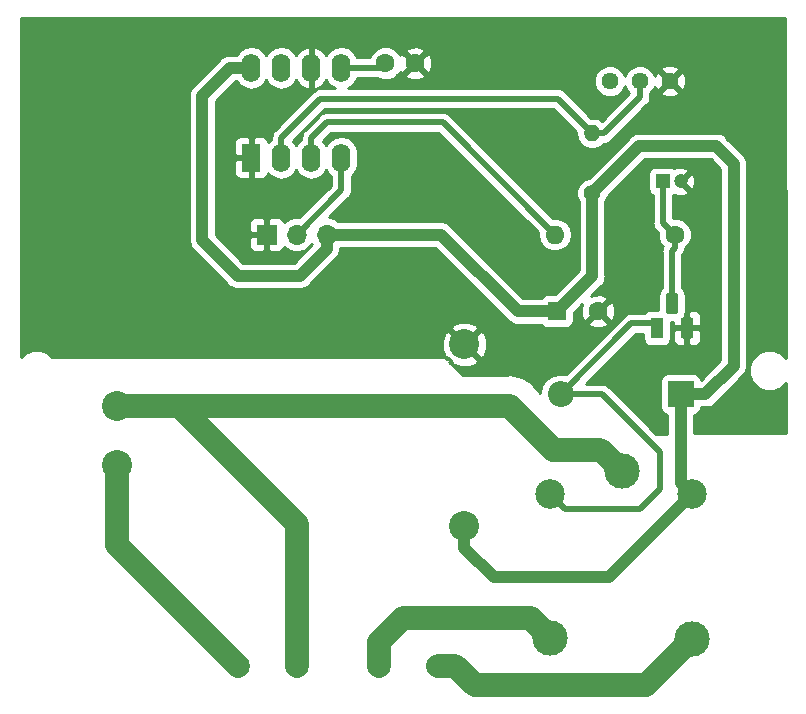
<source format=gbl>
G04 #@! TF.GenerationSoftware,KiCad,Pcbnew,5.0.2-bee76a0~70~ubuntu18.04.1*
G04 #@! TF.CreationDate,2019-03-14T10:40:12+05:30*
G04 #@! TF.ProjectId,occupancy,6f636375-7061-46e6-9379-2e6b69636164,rev?*
G04 #@! TF.SameCoordinates,Original*
G04 #@! TF.FileFunction,Copper,L2,Bot*
G04 #@! TF.FilePolarity,Positive*
%FSLAX46Y46*%
G04 Gerber Fmt 4.6, Leading zero omitted, Abs format (unit mm)*
G04 Created by KiCad (PCBNEW 5.0.2-bee76a0~70~ubuntu18.04.1) date Thu Mar 14 10:40:12 2019*
%MOMM*%
%LPD*%
G01*
G04 APERTURE LIST*
G04 #@! TA.AperFunction,ComponentPad*
%ADD10C,1.600000*%
G04 #@! TD*
G04 #@! TA.AperFunction,ComponentPad*
%ADD11R,1.600000X1.600000*%
G04 #@! TD*
G04 #@! TA.AperFunction,ComponentPad*
%ADD12C,1.200000*%
G04 #@! TD*
G04 #@! TA.AperFunction,ComponentPad*
%ADD13R,1.200000X1.200000*%
G04 #@! TD*
G04 #@! TA.AperFunction,ComponentPad*
%ADD14O,2.200000X2.200000*%
G04 #@! TD*
G04 #@! TA.AperFunction,ComponentPad*
%ADD15R,2.200000X2.200000*%
G04 #@! TD*
G04 #@! TA.AperFunction,ComponentPad*
%ADD16O,1.700000X1.700000*%
G04 #@! TD*
G04 #@! TA.AperFunction,ComponentPad*
%ADD17R,1.700000X1.700000*%
G04 #@! TD*
G04 #@! TA.AperFunction,ComponentPad*
%ADD18C,3.000000*%
G04 #@! TD*
G04 #@! TA.AperFunction,ComponentPad*
%ADD19C,2.500000*%
G04 #@! TD*
G04 #@! TA.AperFunction,ComponentPad*
%ADD20R,1.100000X1.800000*%
G04 #@! TD*
G04 #@! TA.AperFunction,Conductor*
%ADD21C,0.100000*%
G04 #@! TD*
G04 #@! TA.AperFunction,ComponentPad*
%ADD22C,1.100000*%
G04 #@! TD*
G04 #@! TA.AperFunction,ComponentPad*
%ADD23C,1.440000*%
G04 #@! TD*
G04 #@! TA.AperFunction,ComponentPad*
%ADD24O,1.600000X2.400000*%
G04 #@! TD*
G04 #@! TA.AperFunction,ComponentPad*
%ADD25R,1.600000X2.400000*%
G04 #@! TD*
G04 #@! TA.AperFunction,ComponentPad*
%ADD26O,1.600000X1.600000*%
G04 #@! TD*
G04 #@! TA.AperFunction,ComponentPad*
%ADD27O,1.400000X1.400000*%
G04 #@! TD*
G04 #@! TA.AperFunction,ComponentPad*
%ADD28C,1.400000*%
G04 #@! TD*
G04 #@! TA.AperFunction,ComponentPad*
%ADD29C,2.000000*%
G04 #@! TD*
G04 #@! TA.AperFunction,ComponentPad*
%ADD30C,2.540000*%
G04 #@! TD*
G04 #@! TA.AperFunction,Conductor*
%ADD31C,1.000000*%
G04 #@! TD*
G04 #@! TA.AperFunction,Conductor*
%ADD32C,0.500000*%
G04 #@! TD*
G04 #@! TA.AperFunction,Conductor*
%ADD33C,2.000000*%
G04 #@! TD*
G04 #@! TA.AperFunction,Conductor*
%ADD34C,0.254000*%
G04 #@! TD*
G04 APERTURE END LIST*
D10*
G04 #@! TO.P,C1,2*
G04 #@! TO.N,GNDREF*
X150000000Y-78500000D03*
D11*
G04 #@! TO.P,C1,1*
G04 #@! TO.N,VCC*
X146500000Y-78500000D03*
G04 #@! TD*
D10*
G04 #@! TO.P,C2,2*
G04 #@! TO.N,GNDREF*
X134500000Y-57500000D03*
G04 #@! TO.P,C2,1*
G04 #@! TO.N,Net-(C2-Pad1)*
X132000000Y-57500000D03*
G04 #@! TD*
D12*
G04 #@! TO.P,C3,2*
G04 #@! TO.N,GNDREF*
X157000000Y-67500000D03*
D13*
G04 #@! TO.P,C3,1*
G04 #@! TO.N,Net-(C3-Pad1)*
X155500000Y-67500000D03*
G04 #@! TD*
D14*
G04 #@! TO.P,D1,2*
G04 #@! TO.N,Net-(D1-Pad2)*
X146840000Y-85500000D03*
D15*
G04 #@! TO.P,D1,1*
G04 #@! TO.N,VCC*
X157000000Y-85500000D03*
G04 #@! TD*
D16*
G04 #@! TO.P,J2,3*
G04 #@! TO.N,VCC*
X127040000Y-72000000D03*
G04 #@! TO.P,J2,2*
G04 #@! TO.N,Net-(J2-Pad2)*
X124500000Y-72000000D03*
D17*
G04 #@! TO.P,J2,1*
G04 #@! TO.N,GNDREF*
X121960000Y-72000000D03*
G04 #@! TD*
D18*
G04 #@! TO.P,K1,1*
G04 #@! TO.N,Net-(J1-Pad2)*
X152000000Y-92000000D03*
D19*
G04 #@! TO.P,K1,5*
G04 #@! TO.N,VCC*
X157950000Y-93950000D03*
D18*
G04 #@! TO.P,K1,4*
G04 #@! TO.N,Net-(J3-Pad2)*
X158000000Y-106200000D03*
G04 #@! TO.P,K1,3*
G04 #@! TO.N,Net-(J3-Pad1)*
X145950000Y-106150000D03*
D19*
G04 #@! TO.P,K1,2*
G04 #@! TO.N,Net-(D1-Pad2)*
X145950000Y-93950000D03*
G04 #@! TD*
D20*
G04 #@! TO.P,Q1,1*
G04 #@! TO.N,Net-(D1-Pad2)*
X155000000Y-79900000D03*
D21*
G04 #@! TD*
G04 #@! TO.N,GNDREF*
G04 #@! TO.C,Q1*
G36*
X157841955Y-79001324D02*
X157868650Y-79005284D01*
X157894828Y-79011841D01*
X157920238Y-79020933D01*
X157944634Y-79032472D01*
X157967782Y-79046346D01*
X157989458Y-79062422D01*
X158009454Y-79080546D01*
X158027578Y-79100542D01*
X158043654Y-79122218D01*
X158057528Y-79145366D01*
X158069067Y-79169762D01*
X158078159Y-79195172D01*
X158084716Y-79221350D01*
X158088676Y-79248045D01*
X158090000Y-79275000D01*
X158090000Y-80525000D01*
X158088676Y-80551955D01*
X158084716Y-80578650D01*
X158078159Y-80604828D01*
X158069067Y-80630238D01*
X158057528Y-80654634D01*
X158043654Y-80677782D01*
X158027578Y-80699458D01*
X158009454Y-80719454D01*
X157989458Y-80737578D01*
X157967782Y-80753654D01*
X157944634Y-80767528D01*
X157920238Y-80779067D01*
X157894828Y-80788159D01*
X157868650Y-80794716D01*
X157841955Y-80798676D01*
X157815000Y-80800000D01*
X157265000Y-80800000D01*
X157238045Y-80798676D01*
X157211350Y-80794716D01*
X157185172Y-80788159D01*
X157159762Y-80779067D01*
X157135366Y-80767528D01*
X157112218Y-80753654D01*
X157090542Y-80737578D01*
X157070546Y-80719454D01*
X157052422Y-80699458D01*
X157036346Y-80677782D01*
X157022472Y-80654634D01*
X157010933Y-80630238D01*
X157001841Y-80604828D01*
X156995284Y-80578650D01*
X156991324Y-80551955D01*
X156990000Y-80525000D01*
X156990000Y-79275000D01*
X156991324Y-79248045D01*
X156995284Y-79221350D01*
X157001841Y-79195172D01*
X157010933Y-79169762D01*
X157022472Y-79145366D01*
X157036346Y-79122218D01*
X157052422Y-79100542D01*
X157070546Y-79080546D01*
X157090542Y-79062422D01*
X157112218Y-79046346D01*
X157135366Y-79032472D01*
X157159762Y-79020933D01*
X157185172Y-79011841D01*
X157211350Y-79005284D01*
X157238045Y-79001324D01*
X157265000Y-79000000D01*
X157815000Y-79000000D01*
X157841955Y-79001324D01*
X157841955Y-79001324D01*
G37*
D22*
G04 #@! TO.P,Q1,3*
G04 #@! TO.N,GNDREF*
X157540000Y-79900000D03*
D21*
G04 #@! TD*
G04 #@! TO.N,Net-(C3-Pad1)*
G04 #@! TO.C,Q1*
G36*
X156571955Y-76931324D02*
X156598650Y-76935284D01*
X156624828Y-76941841D01*
X156650238Y-76950933D01*
X156674634Y-76962472D01*
X156697782Y-76976346D01*
X156719458Y-76992422D01*
X156739454Y-77010546D01*
X156757578Y-77030542D01*
X156773654Y-77052218D01*
X156787528Y-77075366D01*
X156799067Y-77099762D01*
X156808159Y-77125172D01*
X156814716Y-77151350D01*
X156818676Y-77178045D01*
X156820000Y-77205000D01*
X156820000Y-78455000D01*
X156818676Y-78481955D01*
X156814716Y-78508650D01*
X156808159Y-78534828D01*
X156799067Y-78560238D01*
X156787528Y-78584634D01*
X156773654Y-78607782D01*
X156757578Y-78629458D01*
X156739454Y-78649454D01*
X156719458Y-78667578D01*
X156697782Y-78683654D01*
X156674634Y-78697528D01*
X156650238Y-78709067D01*
X156624828Y-78718159D01*
X156598650Y-78724716D01*
X156571955Y-78728676D01*
X156545000Y-78730000D01*
X155995000Y-78730000D01*
X155968045Y-78728676D01*
X155941350Y-78724716D01*
X155915172Y-78718159D01*
X155889762Y-78709067D01*
X155865366Y-78697528D01*
X155842218Y-78683654D01*
X155820542Y-78667578D01*
X155800546Y-78649454D01*
X155782422Y-78629458D01*
X155766346Y-78607782D01*
X155752472Y-78584634D01*
X155740933Y-78560238D01*
X155731841Y-78534828D01*
X155725284Y-78508650D01*
X155721324Y-78481955D01*
X155720000Y-78455000D01*
X155720000Y-77205000D01*
X155721324Y-77178045D01*
X155725284Y-77151350D01*
X155731841Y-77125172D01*
X155740933Y-77099762D01*
X155752472Y-77075366D01*
X155766346Y-77052218D01*
X155782422Y-77030542D01*
X155800546Y-77010546D01*
X155820542Y-76992422D01*
X155842218Y-76976346D01*
X155865366Y-76962472D01*
X155889762Y-76950933D01*
X155915172Y-76941841D01*
X155941350Y-76935284D01*
X155968045Y-76931324D01*
X155995000Y-76930000D01*
X156545000Y-76930000D01*
X156571955Y-76931324D01*
X156571955Y-76931324D01*
G37*
D22*
G04 #@! TO.P,Q1,2*
G04 #@! TO.N,Net-(C3-Pad1)*
X156270000Y-77830000D03*
G04 #@! TD*
D23*
G04 #@! TO.P,RV1,3*
G04 #@! TO.N,GNDREF*
X156080000Y-59000000D03*
G04 #@! TO.P,RV1,2*
G04 #@! TO.N,Net-(R1-Pad2)*
X153540000Y-59000000D03*
G04 #@! TO.P,RV1,1*
G04 #@! TO.N,Net-(RV1-Pad1)*
X151000000Y-59000000D03*
G04 #@! TD*
D24*
G04 #@! TO.P,U2,8*
G04 #@! TO.N,VCC*
X120650000Y-57880000D03*
G04 #@! TO.P,U2,4*
G04 #@! TO.N,Net-(J2-Pad2)*
X128270000Y-65500000D03*
G04 #@! TO.P,U2,7*
G04 #@! TO.N,Net-(U2-Pad7)*
X123190000Y-57880000D03*
G04 #@! TO.P,U2,3*
G04 #@! TO.N,Net-(R2-Pad2)*
X125730000Y-65500000D03*
G04 #@! TO.P,U2,6*
G04 #@! TO.N,GNDREF*
X125730000Y-57880000D03*
G04 #@! TO.P,U2,2*
G04 #@! TO.N,Net-(R1-Pad2)*
X123190000Y-65500000D03*
G04 #@! TO.P,U2,5*
G04 #@! TO.N,Net-(C2-Pad1)*
X128270000Y-57880000D03*
D25*
G04 #@! TO.P,U2,1*
G04 #@! TO.N,GNDREF*
X120650000Y-65500000D03*
G04 #@! TD*
D26*
G04 #@! TO.P,R2,2*
G04 #@! TO.N,Net-(R2-Pad2)*
X146340000Y-72000000D03*
D10*
G04 #@! TO.P,R2,1*
G04 #@! TO.N,Net-(C3-Pad1)*
X156500000Y-72000000D03*
G04 #@! TD*
D27*
G04 #@! TO.P,R1,2*
G04 #@! TO.N,Net-(R1-Pad2)*
X149500000Y-63420000D03*
D28*
G04 #@! TO.P,R1,1*
G04 #@! TO.N,VCC*
X149500000Y-68500000D03*
G04 #@! TD*
D29*
G04 #@! TO.P,J1,1*
G04 #@! TO.N,Net-(J1-Pad1)*
X119500000Y-108500000D03*
G04 #@! TO.P,J1,2*
G04 #@! TO.N,Net-(J1-Pad2)*
X124500000Y-108500000D03*
G04 #@! TD*
G04 #@! TO.P,J3,1*
G04 #@! TO.N,Net-(J3-Pad1)*
X131500000Y-108500000D03*
G04 #@! TO.P,J3,2*
G04 #@! TO.N,Net-(J3-Pad2)*
X136500000Y-108500000D03*
G04 #@! TD*
D30*
G04 #@! TO.P,U1,2*
G04 #@! TO.N,Net-(J1-Pad1)*
X109300000Y-91500000D03*
G04 #@! TO.P,U1,1*
G04 #@! TO.N,Net-(J1-Pad2)*
X109300000Y-86500000D03*
G04 #@! TO.P,U1,3*
G04 #@! TO.N,GNDREF*
X138700000Y-81300000D03*
G04 #@! TO.P,U1,4*
G04 #@! TO.N,VCC*
X138700000Y-96700000D03*
G04 #@! TD*
D31*
G04 #@! TO.N,VCC*
X120650000Y-58280000D02*
X120650000Y-57880000D01*
X118850000Y-57880000D02*
X116500000Y-60230000D01*
X120650000Y-57880000D02*
X118850000Y-57880000D01*
X116500000Y-60230000D02*
X116500000Y-72500000D01*
X116500000Y-72500000D02*
X119500000Y-75500000D01*
X127040000Y-73202081D02*
X127040000Y-72000000D01*
X124742081Y-75500000D02*
X127040000Y-73202081D01*
X119500000Y-75500000D02*
X124742081Y-75500000D01*
X149500000Y-75500000D02*
X146500000Y-78500000D01*
X149500000Y-68500000D02*
X149500000Y-75500000D01*
X143200000Y-78500000D02*
X146500000Y-78500000D01*
X127040000Y-72000000D02*
X136700000Y-72000000D01*
X136700000Y-72000000D02*
X143200000Y-78500000D01*
X157000000Y-93000000D02*
X157950000Y-93950000D01*
X157000000Y-85500000D02*
X157000000Y-93000000D01*
X138700000Y-98496051D02*
X141203949Y-101000000D01*
X138700000Y-96700000D02*
X138700000Y-98496051D01*
X150900000Y-101000000D02*
X157950000Y-93950000D01*
X141203949Y-101000000D02*
X150900000Y-101000000D01*
X161500000Y-83100000D02*
X159100000Y-85500000D01*
X159100000Y-85500000D02*
X157000000Y-85500000D01*
X161500000Y-66000000D02*
X161500000Y-83100000D01*
X160000000Y-64500000D02*
X161500000Y-66000000D01*
X149500000Y-68500000D02*
X153500000Y-64500000D01*
X153500000Y-64500000D02*
X160000000Y-64500000D01*
D32*
G04 #@! TO.N,Net-(C2-Pad1)*
X131620000Y-57880000D02*
X132000000Y-57500000D01*
X128270000Y-57880000D02*
X131620000Y-57880000D01*
G04 #@! TO.N,Net-(C3-Pad1)*
X155500000Y-71000000D02*
X156500000Y-72000000D01*
X155500000Y-67500000D02*
X155500000Y-71000000D01*
X156270000Y-73361370D02*
X156270000Y-78230000D01*
X156500000Y-73131370D02*
X156270000Y-73361370D01*
X156500000Y-72000000D02*
X156500000Y-73131370D01*
G04 #@! TO.N,Net-(D1-Pad2)*
X147199999Y-95199999D02*
X145950000Y-93950000D01*
X150310002Y-85500000D02*
X155250001Y-90439999D01*
X146840000Y-85500000D02*
X150310002Y-85500000D01*
X155250001Y-90439999D02*
X155250001Y-93560001D01*
X155250001Y-93560001D02*
X153560001Y-95250001D01*
X147250001Y-95250001D02*
X147199999Y-95199999D01*
X153560001Y-95250001D02*
X147250001Y-95250001D01*
X152840000Y-79500000D02*
X146840000Y-85500000D01*
X155000000Y-79500000D02*
X152840000Y-79500000D01*
D33*
G04 #@! TO.N,Net-(J1-Pad1)*
X109300000Y-98300000D02*
X119500000Y-108500000D01*
X109300000Y-91500000D02*
X109300000Y-98300000D01*
G04 #@! TO.N,Net-(J1-Pad2)*
X114500000Y-86500000D02*
X124500000Y-96500000D01*
X109300000Y-86500000D02*
X114500000Y-86500000D01*
X124500000Y-96500000D02*
X124500000Y-108500000D01*
X111096051Y-86500000D02*
X109300000Y-86500000D01*
X150199999Y-90199999D02*
X150500001Y-90500001D01*
X150500001Y-90500001D02*
X152000000Y-92000000D01*
X146211997Y-90199999D02*
X150199999Y-90199999D01*
X142511998Y-86500000D02*
X146211997Y-90199999D01*
X109300000Y-86500000D02*
X142511998Y-86500000D01*
D32*
G04 #@! TO.N,Net-(J2-Pad2)*
X124500000Y-72000000D02*
X128270000Y-68230000D01*
X128270000Y-65500000D02*
X128270000Y-68230000D01*
D33*
G04 #@! TO.N,Net-(J3-Pad2)*
X154049999Y-110150001D02*
X156500001Y-107699999D01*
X156500001Y-107699999D02*
X158000000Y-106200000D01*
X139564214Y-110150001D02*
X154049999Y-110150001D01*
X137914213Y-108500000D02*
X139564214Y-110150001D01*
X136500000Y-108500000D02*
X137914213Y-108500000D01*
G04 #@! TO.N,Net-(J3-Pad1)*
X144300000Y-104500000D02*
X145950000Y-106150000D01*
X131500000Y-108500000D02*
X131500000Y-106500000D01*
X133500000Y-104500000D02*
X144300000Y-104500000D01*
X131500000Y-106500000D02*
X133500000Y-104500000D01*
D32*
G04 #@! TO.N,Net-(R1-Pad2)*
X126490000Y-60500000D02*
X146580000Y-60500000D01*
X123190000Y-65500000D02*
X123190000Y-63800000D01*
X146580000Y-60500000D02*
X149500000Y-63420000D01*
X123190000Y-63800000D02*
X126490000Y-60500000D01*
X153540000Y-60018233D02*
X153540000Y-59000000D01*
X153540000Y-60369949D02*
X153540000Y-60018233D01*
X150489949Y-63420000D02*
X153540000Y-60369949D01*
X149500000Y-63420000D02*
X150489949Y-63420000D01*
G04 #@! TO.N,Net-(R2-Pad2)*
X136840000Y-62500000D02*
X146340000Y-72000000D01*
X127030000Y-62500000D02*
X136840000Y-62500000D01*
X125730000Y-65500000D02*
X125730000Y-63800000D01*
X125730000Y-63800000D02*
X127030000Y-62500000D01*
G04 #@! TD*
D34*
G04 #@! TO.N,GNDREF*
G36*
X165884023Y-82441676D02*
X165478267Y-82035920D01*
X164843522Y-81773000D01*
X164156478Y-81773000D01*
X163521733Y-82035920D01*
X163035920Y-82521733D01*
X162773000Y-83156478D01*
X162773000Y-83843522D01*
X163035920Y-84478267D01*
X163521733Y-84964080D01*
X164156478Y-85227000D01*
X164843522Y-85227000D01*
X165478267Y-84964080D01*
X165884829Y-84557518D01*
X165886452Y-88817818D01*
X158127000Y-88837300D01*
X158127000Y-87233912D01*
X158344643Y-87190620D01*
X158552041Y-87052041D01*
X158690620Y-86844643D01*
X158733912Y-86627000D01*
X158989002Y-86627000D01*
X159100000Y-86649079D01*
X159210998Y-86627000D01*
X159210999Y-86627000D01*
X159539733Y-86561611D01*
X159912522Y-86312522D01*
X159975400Y-86218418D01*
X162218418Y-83975400D01*
X162312522Y-83912522D01*
X162561611Y-83539733D01*
X162627000Y-83210999D01*
X162627000Y-83210998D01*
X162649079Y-83100000D01*
X162627000Y-82989002D01*
X162627000Y-66110997D01*
X162649079Y-65999999D01*
X162606462Y-65785750D01*
X162561611Y-65560267D01*
X162312522Y-65187478D01*
X162218421Y-65124602D01*
X160875400Y-63781582D01*
X160812522Y-63687478D01*
X160439733Y-63438389D01*
X160110999Y-63373000D01*
X160110998Y-63373000D01*
X160000000Y-63350921D01*
X159889002Y-63373000D01*
X153610997Y-63373000D01*
X153499999Y-63350921D01*
X153389001Y-63373000D01*
X153060267Y-63438389D01*
X153060266Y-63438390D01*
X153060265Y-63438390D01*
X153031198Y-63457812D01*
X152687478Y-63687478D01*
X152624602Y-63781579D01*
X149231159Y-67175023D01*
X148748315Y-67375024D01*
X148375024Y-67748315D01*
X148173000Y-68236043D01*
X148173000Y-68763957D01*
X148373000Y-69246799D01*
X148373001Y-75033181D01*
X146345465Y-77060717D01*
X145700000Y-77060717D01*
X145455357Y-77109380D01*
X145247959Y-77247959D01*
X145164409Y-77373000D01*
X143666819Y-77373000D01*
X137575400Y-71281582D01*
X137512522Y-71187478D01*
X137139733Y-70938389D01*
X136810999Y-70873000D01*
X136810998Y-70873000D01*
X136700000Y-70850921D01*
X136589002Y-70873000D01*
X128011856Y-70873000D01*
X127616297Y-70608697D01*
X127211990Y-70528275D01*
X128829057Y-68911208D01*
X128902281Y-68862281D01*
X129096116Y-68572188D01*
X129147000Y-68316375D01*
X129147000Y-68316371D01*
X129164180Y-68230001D01*
X129147000Y-68143631D01*
X129147000Y-67030245D01*
X129298809Y-66928809D01*
X129614204Y-66456788D01*
X129697000Y-66040543D01*
X129697000Y-64959456D01*
X129614204Y-64543212D01*
X129298808Y-64071191D01*
X128826787Y-63755796D01*
X128270000Y-63645044D01*
X127713212Y-63755796D01*
X127241191Y-64071192D01*
X127000000Y-64432159D01*
X126758808Y-64071191D01*
X126723000Y-64047265D01*
X127393266Y-63377000D01*
X136476736Y-63377000D01*
X144920663Y-71820929D01*
X144885044Y-72000000D01*
X144995796Y-72556788D01*
X145311191Y-73028809D01*
X145783212Y-73344204D01*
X146199456Y-73427000D01*
X146480544Y-73427000D01*
X146896788Y-73344204D01*
X147368809Y-73028809D01*
X147684204Y-72556788D01*
X147794956Y-72000000D01*
X147684204Y-71443212D01*
X147368809Y-70971191D01*
X146896788Y-70655796D01*
X146480544Y-70573000D01*
X146199456Y-70573000D01*
X146160929Y-70580663D01*
X137521210Y-61940946D01*
X137472281Y-61867719D01*
X137182188Y-61673884D01*
X136926375Y-61623000D01*
X136926370Y-61623000D01*
X136840000Y-61605820D01*
X136753630Y-61623000D01*
X127116370Y-61623000D01*
X127030000Y-61605820D01*
X126943630Y-61623000D01*
X126943625Y-61623000D01*
X126687812Y-61673884D01*
X126687810Y-61673885D01*
X126687811Y-61673885D01*
X126470943Y-61818791D01*
X126470940Y-61818794D01*
X126397719Y-61867719D01*
X126348794Y-61940940D01*
X125170943Y-63118792D01*
X125097720Y-63167719D01*
X125048793Y-63240943D01*
X125048792Y-63240944D01*
X124903885Y-63457812D01*
X124835820Y-63800000D01*
X124853001Y-63886375D01*
X124853001Y-63969755D01*
X124701191Y-64071192D01*
X124460000Y-64432159D01*
X124218808Y-64071191D01*
X124183000Y-64047265D01*
X126853266Y-61377000D01*
X146216736Y-61377000D01*
X148165706Y-63325972D01*
X148147003Y-63420000D01*
X148249994Y-63937770D01*
X148543287Y-64376713D01*
X148982230Y-64670006D01*
X149369304Y-64747000D01*
X149630696Y-64747000D01*
X150017770Y-64670006D01*
X150456713Y-64376713D01*
X150499806Y-64312219D01*
X150576319Y-64297000D01*
X150576324Y-64297000D01*
X150832137Y-64246116D01*
X151122230Y-64052281D01*
X151171159Y-63979054D01*
X154099057Y-61051157D01*
X154172281Y-61002230D01*
X154221208Y-60929006D01*
X154366115Y-60712139D01*
X154366115Y-60712138D01*
X154366116Y-60712137D01*
X154417000Y-60456324D01*
X154417000Y-60456320D01*
X154434180Y-60369950D01*
X154417000Y-60283580D01*
X154417000Y-60027945D01*
X154495171Y-59949774D01*
X155309831Y-59949774D01*
X155374131Y-60187611D01*
X155882342Y-60367333D01*
X156420644Y-60338892D01*
X156785869Y-60187611D01*
X156850169Y-59949774D01*
X156080000Y-59179605D01*
X155309831Y-59949774D01*
X154495171Y-59949774D01*
X154681931Y-59763014D01*
X154798995Y-59480396D01*
X154892389Y-59705869D01*
X155130226Y-59770169D01*
X155900395Y-59000000D01*
X156259605Y-59000000D01*
X157029774Y-59770169D01*
X157267611Y-59705869D01*
X157447333Y-59197658D01*
X157418892Y-58659356D01*
X157267611Y-58294131D01*
X157029774Y-58229831D01*
X156259605Y-59000000D01*
X155900395Y-59000000D01*
X155130226Y-58229831D01*
X154892389Y-58294131D01*
X154806363Y-58537391D01*
X154681931Y-58236986D01*
X154495171Y-58050226D01*
X155309831Y-58050226D01*
X156080000Y-58820395D01*
X156850169Y-58050226D01*
X156785869Y-57812389D01*
X156277658Y-57632667D01*
X155739356Y-57661108D01*
X155374131Y-57812389D01*
X155309831Y-58050226D01*
X154495171Y-58050226D01*
X154303014Y-57858069D01*
X153807935Y-57653000D01*
X153272065Y-57653000D01*
X152776986Y-57858069D01*
X152398069Y-58236986D01*
X152270000Y-58546171D01*
X152141931Y-58236986D01*
X151763014Y-57858069D01*
X151267935Y-57653000D01*
X150732065Y-57653000D01*
X150236986Y-57858069D01*
X149858069Y-58236986D01*
X149653000Y-58732065D01*
X149653000Y-59267935D01*
X149858069Y-59763014D01*
X150236986Y-60141931D01*
X150732065Y-60347000D01*
X151267935Y-60347000D01*
X151763014Y-60141931D01*
X152141931Y-59763014D01*
X152270000Y-59453829D01*
X152398069Y-59763014D01*
X152652370Y-60017315D01*
X150306660Y-62363025D01*
X150017770Y-62169994D01*
X149630696Y-62093000D01*
X149413265Y-62093000D01*
X147261210Y-59940946D01*
X147212281Y-59867719D01*
X146922188Y-59673884D01*
X146666375Y-59623000D01*
X146666370Y-59623000D01*
X146580000Y-59605820D01*
X146493630Y-59623000D01*
X128828590Y-59623000D01*
X129298809Y-59308809D01*
X129614204Y-58836788D01*
X129630075Y-58757000D01*
X131305734Y-58757000D01*
X131716152Y-58927000D01*
X132283848Y-58927000D01*
X132808331Y-58709753D01*
X133010339Y-58507745D01*
X133671861Y-58507745D01*
X133745995Y-58753864D01*
X134283223Y-58946965D01*
X134853454Y-58919778D01*
X135254005Y-58753864D01*
X135328139Y-58507745D01*
X134500000Y-57679605D01*
X133671861Y-58507745D01*
X133010339Y-58507745D01*
X133209753Y-58308331D01*
X133239196Y-58237250D01*
X133246136Y-58254005D01*
X133492255Y-58328139D01*
X134320395Y-57500000D01*
X134679605Y-57500000D01*
X135507745Y-58328139D01*
X135753864Y-58254005D01*
X135946965Y-57716777D01*
X135919778Y-57146546D01*
X135753864Y-56745995D01*
X135507745Y-56671861D01*
X134679605Y-57500000D01*
X134320395Y-57500000D01*
X133492255Y-56671861D01*
X133246136Y-56745995D01*
X133239687Y-56763937D01*
X133209753Y-56691669D01*
X133010339Y-56492255D01*
X133671861Y-56492255D01*
X134500000Y-57320395D01*
X135328139Y-56492255D01*
X135254005Y-56246136D01*
X134716777Y-56053035D01*
X134146546Y-56080222D01*
X133745995Y-56246136D01*
X133671861Y-56492255D01*
X133010339Y-56492255D01*
X132808331Y-56290247D01*
X132283848Y-56073000D01*
X131716152Y-56073000D01*
X131191669Y-56290247D01*
X130790247Y-56691669D01*
X130661290Y-57003000D01*
X129630075Y-57003000D01*
X129614204Y-56923212D01*
X129298808Y-56451191D01*
X128826787Y-56135796D01*
X128270000Y-56025044D01*
X127713212Y-56135796D01*
X127241191Y-56451192D01*
X127002756Y-56808034D01*
X126654896Y-56375500D01*
X126161819Y-56105633D01*
X126079039Y-56088096D01*
X125857000Y-56210085D01*
X125857000Y-57753000D01*
X125877000Y-57753000D01*
X125877000Y-58007000D01*
X125857000Y-58007000D01*
X125857000Y-59549915D01*
X126079039Y-59671904D01*
X126161819Y-59654367D01*
X126654896Y-59384500D01*
X127002756Y-58951966D01*
X127241192Y-59308809D01*
X127711411Y-59623000D01*
X126576370Y-59623000D01*
X126490000Y-59605820D01*
X126403630Y-59623000D01*
X126403625Y-59623000D01*
X126147812Y-59673884D01*
X126147810Y-59673885D01*
X126147811Y-59673885D01*
X125930943Y-59818791D01*
X125930940Y-59818794D01*
X125857719Y-59867719D01*
X125808794Y-59940940D01*
X122630944Y-63118792D01*
X122557720Y-63167719D01*
X122508793Y-63240943D01*
X122508792Y-63240944D01*
X122363885Y-63457812D01*
X122295820Y-63800000D01*
X122313001Y-63886375D01*
X122313001Y-63969755D01*
X122161191Y-64071192D01*
X122085000Y-64185220D01*
X122085000Y-64173691D01*
X121988327Y-63940302D01*
X121809699Y-63761673D01*
X121576310Y-63665000D01*
X120935750Y-63665000D01*
X120777000Y-63823750D01*
X120777000Y-65373000D01*
X120797000Y-65373000D01*
X120797000Y-65627000D01*
X120777000Y-65627000D01*
X120777000Y-67176250D01*
X120935750Y-67335000D01*
X121576310Y-67335000D01*
X121809699Y-67238327D01*
X121988327Y-67059698D01*
X122085000Y-66826309D01*
X122085000Y-66814780D01*
X122161192Y-66928809D01*
X122633213Y-67244204D01*
X123190000Y-67354956D01*
X123746788Y-67244204D01*
X124218809Y-66928809D01*
X124460000Y-66567842D01*
X124701192Y-66928809D01*
X125173213Y-67244204D01*
X125730000Y-67354956D01*
X126286788Y-67244204D01*
X126758809Y-66928809D01*
X127000000Y-66567842D01*
X127241192Y-66928809D01*
X127393001Y-67030244D01*
X127393001Y-67866734D01*
X124721594Y-70538142D01*
X124645471Y-70523000D01*
X124354529Y-70523000D01*
X123923703Y-70608697D01*
X123435142Y-70935142D01*
X123418585Y-70959921D01*
X123348327Y-70790302D01*
X123169699Y-70611673D01*
X122936310Y-70515000D01*
X122245750Y-70515000D01*
X122087000Y-70673750D01*
X122087000Y-71873000D01*
X122107000Y-71873000D01*
X122107000Y-72127000D01*
X122087000Y-72127000D01*
X122087000Y-73326250D01*
X122245750Y-73485000D01*
X122936310Y-73485000D01*
X123169699Y-73388327D01*
X123348327Y-73209698D01*
X123418585Y-73040079D01*
X123435142Y-73064858D01*
X123923703Y-73391303D01*
X124354529Y-73477000D01*
X124645471Y-73477000D01*
X125076297Y-73391303D01*
X125564858Y-73064858D01*
X125770000Y-72757840D01*
X125818234Y-72830028D01*
X124275263Y-74373000D01*
X119966818Y-74373000D01*
X117879568Y-72285750D01*
X120475000Y-72285750D01*
X120475000Y-72976309D01*
X120571673Y-73209698D01*
X120750301Y-73388327D01*
X120983690Y-73485000D01*
X121674250Y-73485000D01*
X121833000Y-73326250D01*
X121833000Y-72127000D01*
X120633750Y-72127000D01*
X120475000Y-72285750D01*
X117879568Y-72285750D01*
X117627000Y-72033182D01*
X117627000Y-71023691D01*
X120475000Y-71023691D01*
X120475000Y-71714250D01*
X120633750Y-71873000D01*
X121833000Y-71873000D01*
X121833000Y-70673750D01*
X121674250Y-70515000D01*
X120983690Y-70515000D01*
X120750301Y-70611673D01*
X120571673Y-70790302D01*
X120475000Y-71023691D01*
X117627000Y-71023691D01*
X117627000Y-65785750D01*
X119215000Y-65785750D01*
X119215000Y-66826309D01*
X119311673Y-67059698D01*
X119490301Y-67238327D01*
X119723690Y-67335000D01*
X120364250Y-67335000D01*
X120523000Y-67176250D01*
X120523000Y-65627000D01*
X119373750Y-65627000D01*
X119215000Y-65785750D01*
X117627000Y-65785750D01*
X117627000Y-64173691D01*
X119215000Y-64173691D01*
X119215000Y-65214250D01*
X119373750Y-65373000D01*
X120523000Y-65373000D01*
X120523000Y-63823750D01*
X120364250Y-63665000D01*
X119723690Y-63665000D01*
X119490301Y-63761673D01*
X119311673Y-63940302D01*
X119215000Y-64173691D01*
X117627000Y-64173691D01*
X117627000Y-60696818D01*
X119316819Y-59007000D01*
X119419529Y-59007000D01*
X119621192Y-59308809D01*
X120093213Y-59624204D01*
X120650000Y-59734956D01*
X121206788Y-59624204D01*
X121678809Y-59308809D01*
X121920000Y-58947842D01*
X122161192Y-59308809D01*
X122633213Y-59624204D01*
X123190000Y-59734956D01*
X123746788Y-59624204D01*
X124218809Y-59308809D01*
X124457244Y-58951966D01*
X124805104Y-59384500D01*
X125298181Y-59654367D01*
X125380961Y-59671904D01*
X125603000Y-59549915D01*
X125603000Y-58007000D01*
X125583000Y-58007000D01*
X125583000Y-57753000D01*
X125603000Y-57753000D01*
X125603000Y-56210085D01*
X125380961Y-56088096D01*
X125298181Y-56105633D01*
X124805104Y-56375500D01*
X124457244Y-56808034D01*
X124218808Y-56451191D01*
X123746787Y-56135796D01*
X123190000Y-56025044D01*
X122633212Y-56135796D01*
X122161191Y-56451192D01*
X121920000Y-56812159D01*
X121678808Y-56451191D01*
X121206787Y-56135796D01*
X120650000Y-56025044D01*
X120093212Y-56135796D01*
X119621191Y-56451192D01*
X119419529Y-56753000D01*
X118960998Y-56753000D01*
X118850000Y-56730921D01*
X118739002Y-56753000D01*
X118739001Y-56753000D01*
X118410267Y-56818389D01*
X118410266Y-56818390D01*
X118410265Y-56818390D01*
X118336439Y-56867719D01*
X118037478Y-57067478D01*
X117974602Y-57161580D01*
X115781582Y-59354600D01*
X115687478Y-59417478D01*
X115549349Y-59624204D01*
X115451819Y-59770169D01*
X115438389Y-59790268D01*
X115391149Y-60027761D01*
X115350921Y-60230000D01*
X115373000Y-60340998D01*
X115373001Y-72388997D01*
X115350921Y-72500000D01*
X115438390Y-72939734D01*
X115563517Y-73127000D01*
X115687479Y-73312522D01*
X115781580Y-73375398D01*
X118624600Y-76218418D01*
X118687478Y-76312522D01*
X119060267Y-76561611D01*
X119389001Y-76627000D01*
X119389002Y-76627000D01*
X119500000Y-76649079D01*
X119610998Y-76627000D01*
X124631083Y-76627000D01*
X124742081Y-76649079D01*
X124853079Y-76627000D01*
X124853080Y-76627000D01*
X125181814Y-76561611D01*
X125554603Y-76312522D01*
X125617481Y-76218418D01*
X127758421Y-74077479D01*
X127852522Y-74014603D01*
X128101611Y-73641814D01*
X128167000Y-73313080D01*
X128167000Y-73313079D01*
X128189079Y-73202082D01*
X128174144Y-73127000D01*
X136233182Y-73127000D01*
X142324602Y-79218421D01*
X142387478Y-79312522D01*
X142526726Y-79405564D01*
X142760265Y-79561610D01*
X142760266Y-79561610D01*
X142760267Y-79561611D01*
X143089001Y-79627000D01*
X143199999Y-79649079D01*
X143310997Y-79627000D01*
X145164409Y-79627000D01*
X145247959Y-79752041D01*
X145455357Y-79890620D01*
X145700000Y-79939283D01*
X147300000Y-79939283D01*
X147544643Y-79890620D01*
X147752041Y-79752041D01*
X147890620Y-79544643D01*
X147897959Y-79507745D01*
X149171861Y-79507745D01*
X149245995Y-79753864D01*
X149783223Y-79946965D01*
X150353454Y-79919778D01*
X150754005Y-79753864D01*
X150828139Y-79507745D01*
X150000000Y-78679605D01*
X149171861Y-79507745D01*
X147897959Y-79507745D01*
X147939283Y-79300000D01*
X147939283Y-78654535D01*
X148689076Y-77904742D01*
X148553035Y-78283223D01*
X148580222Y-78853454D01*
X148746136Y-79254005D01*
X148992255Y-79328139D01*
X149820395Y-78500000D01*
X150179605Y-78500000D01*
X151007745Y-79328139D01*
X151253864Y-79254005D01*
X151446965Y-78716777D01*
X151419778Y-78146546D01*
X151253864Y-77745995D01*
X151007745Y-77671861D01*
X150179605Y-78500000D01*
X149820395Y-78500000D01*
X149806252Y-78485858D01*
X149985858Y-78306252D01*
X150000000Y-78320395D01*
X150828139Y-77492255D01*
X150754005Y-77246136D01*
X150216777Y-77053035D01*
X149646546Y-77080222D01*
X149419586Y-77174232D01*
X150218418Y-76375400D01*
X150312522Y-76312522D01*
X150561611Y-75939733D01*
X150627000Y-75610999D01*
X150627000Y-75610998D01*
X150649079Y-75500000D01*
X150627000Y-75389002D01*
X150627000Y-69246799D01*
X150824977Y-68768841D01*
X153966819Y-65627000D01*
X159533182Y-65627000D01*
X160373000Y-66466819D01*
X160373001Y-82633181D01*
X158717200Y-84288982D01*
X158690620Y-84155357D01*
X158552041Y-83947959D01*
X158344643Y-83809380D01*
X158100000Y-83760717D01*
X155900000Y-83760717D01*
X155655357Y-83809380D01*
X155447959Y-83947959D01*
X155309380Y-84155357D01*
X155260717Y-84400000D01*
X155260717Y-86600000D01*
X155309380Y-86844643D01*
X155447959Y-87052041D01*
X155655357Y-87190620D01*
X155873000Y-87233912D01*
X155873001Y-88842959D01*
X154895681Y-88845413D01*
X150991212Y-84940946D01*
X150942283Y-84867719D01*
X150652190Y-84673884D01*
X150396377Y-84623000D01*
X150396372Y-84623000D01*
X150310002Y-84605820D01*
X150223632Y-84623000D01*
X148957264Y-84623000D01*
X153203265Y-80377000D01*
X153810717Y-80377000D01*
X153810717Y-80800000D01*
X153859380Y-81044643D01*
X153997959Y-81252041D01*
X154205357Y-81390620D01*
X154450000Y-81439283D01*
X155550000Y-81439283D01*
X155794643Y-81390620D01*
X156002041Y-81252041D01*
X156140620Y-81044643D01*
X156189283Y-80800000D01*
X156189283Y-80185750D01*
X156355000Y-80185750D01*
X156355000Y-80926310D01*
X156451673Y-81159699D01*
X156630302Y-81338327D01*
X156863691Y-81435000D01*
X157254250Y-81435000D01*
X157413000Y-81276250D01*
X157413000Y-80027000D01*
X157667000Y-80027000D01*
X157667000Y-81276250D01*
X157825750Y-81435000D01*
X158216309Y-81435000D01*
X158449698Y-81338327D01*
X158628327Y-81159699D01*
X158725000Y-80926310D01*
X158725000Y-80185750D01*
X158566250Y-80027000D01*
X157667000Y-80027000D01*
X157413000Y-80027000D01*
X156513750Y-80027000D01*
X156355000Y-80185750D01*
X156189283Y-80185750D01*
X156189283Y-79369283D01*
X156355000Y-79369283D01*
X156355000Y-79614250D01*
X156513750Y-79773000D01*
X157413000Y-79773000D01*
X157413000Y-78687679D01*
X157445607Y-78523750D01*
X157667000Y-78523750D01*
X157667000Y-79773000D01*
X158566250Y-79773000D01*
X158725000Y-79614250D01*
X158725000Y-78873690D01*
X158628327Y-78640301D01*
X158449698Y-78461673D01*
X158216309Y-78365000D01*
X157825750Y-78365000D01*
X157667000Y-78523750D01*
X157445607Y-78523750D01*
X157459283Y-78455000D01*
X157459283Y-77205000D01*
X157389687Y-76855119D01*
X157191496Y-76558504D01*
X157147000Y-76528773D01*
X157147000Y-73741623D01*
X157326116Y-73473558D01*
X157377000Y-73217745D01*
X157377000Y-73217741D01*
X157394180Y-73131371D01*
X157392941Y-73125143D01*
X157709753Y-72808331D01*
X157927000Y-72283848D01*
X157927000Y-71716152D01*
X157709753Y-71191669D01*
X157308331Y-70790247D01*
X156783848Y-70573000D01*
X156377000Y-70573000D01*
X156377000Y-68669000D01*
X156453291Y-68618023D01*
X156831036Y-68747807D01*
X157321413Y-68717482D01*
X157633617Y-68588164D01*
X157683130Y-68362735D01*
X157000000Y-67679605D01*
X156985858Y-67693748D01*
X156806253Y-67514143D01*
X156820395Y-67500000D01*
X157179605Y-67500000D01*
X157862735Y-68183130D01*
X158088164Y-68133617D01*
X158247807Y-67668964D01*
X158217482Y-67178587D01*
X158088164Y-66866383D01*
X157862735Y-66816870D01*
X157179605Y-67500000D01*
X156820395Y-67500000D01*
X156806253Y-67485858D01*
X156985858Y-67306253D01*
X157000000Y-67320395D01*
X157683130Y-66637265D01*
X157633617Y-66411836D01*
X157168964Y-66252193D01*
X156678587Y-66282518D01*
X156447620Y-66378187D01*
X156344643Y-66309380D01*
X156100000Y-66260717D01*
X154900000Y-66260717D01*
X154655357Y-66309380D01*
X154447959Y-66447959D01*
X154309380Y-66655357D01*
X154260717Y-66900000D01*
X154260717Y-68100000D01*
X154309380Y-68344643D01*
X154447959Y-68552041D01*
X154623000Y-68669000D01*
X154623001Y-70913625D01*
X154605820Y-71000000D01*
X154623001Y-71086375D01*
X154673885Y-71342188D01*
X154867720Y-71632281D01*
X154940944Y-71681208D01*
X155073000Y-71813264D01*
X155073000Y-72283848D01*
X155290247Y-72808331D01*
X155466801Y-72984885D01*
X155443884Y-73019183D01*
X155393000Y-73274996D01*
X155393000Y-73275000D01*
X155375820Y-73361370D01*
X155393000Y-73447740D01*
X155393001Y-76528772D01*
X155348504Y-76558504D01*
X155150313Y-76855119D01*
X155080717Y-77205000D01*
X155080717Y-78360717D01*
X154450000Y-78360717D01*
X154205357Y-78409380D01*
X153997959Y-78547959D01*
X153947818Y-78623000D01*
X152926369Y-78623000D01*
X152839999Y-78605820D01*
X152753629Y-78623000D01*
X152753625Y-78623000D01*
X152497812Y-78673884D01*
X152497811Y-78673885D01*
X152497810Y-78673885D01*
X152301762Y-78804881D01*
X152207719Y-78867719D01*
X152158792Y-78940943D01*
X147274201Y-83825535D01*
X147010091Y-83773000D01*
X146669909Y-83773000D01*
X146166158Y-83873202D01*
X145594903Y-84254903D01*
X145213202Y-84826158D01*
X145103717Y-85376580D01*
X144552521Y-84825385D01*
X144405959Y-84606039D01*
X143537002Y-84025421D01*
X142770730Y-83873000D01*
X142770729Y-83873000D01*
X142511998Y-83821535D01*
X142253267Y-83873000D01*
X138552606Y-83873000D01*
X137429607Y-82750001D01*
X137531829Y-82647779D01*
X137663520Y-82942657D01*
X138371036Y-83214261D01*
X139128632Y-83194436D01*
X139736480Y-82942657D01*
X139868172Y-82647777D01*
X138700000Y-81479605D01*
X138685858Y-81493748D01*
X138506253Y-81314143D01*
X138520395Y-81300000D01*
X138879605Y-81300000D01*
X140047777Y-82468172D01*
X140342657Y-82336480D01*
X140614261Y-81628964D01*
X140594436Y-80871368D01*
X140342657Y-80263520D01*
X140047777Y-80131828D01*
X138879605Y-81300000D01*
X138520395Y-81300000D01*
X137352223Y-80131828D01*
X137057343Y-80263520D01*
X136785739Y-80971036D01*
X136805564Y-81728632D01*
X137057343Y-82336480D01*
X137352221Y-82468171D01*
X137249999Y-82570393D01*
X137089803Y-82410197D01*
X137048601Y-82382667D01*
X137000000Y-82373000D01*
X103815347Y-82373000D01*
X103478267Y-82035920D01*
X102843522Y-81773000D01*
X102156478Y-81773000D01*
X101521733Y-82035920D01*
X101184653Y-82373000D01*
X101127007Y-82373000D01*
X101127132Y-79952223D01*
X137531828Y-79952223D01*
X138700000Y-81120395D01*
X139868172Y-79952223D01*
X139736480Y-79657343D01*
X139028964Y-79385739D01*
X138271368Y-79405564D01*
X137663520Y-79657343D01*
X137531828Y-79952223D01*
X101127132Y-79952223D01*
X101128490Y-53702000D01*
X165873077Y-53702000D01*
X165884023Y-82441676D01*
X165884023Y-82441676D01*
G37*
X165884023Y-82441676D02*
X165478267Y-82035920D01*
X164843522Y-81773000D01*
X164156478Y-81773000D01*
X163521733Y-82035920D01*
X163035920Y-82521733D01*
X162773000Y-83156478D01*
X162773000Y-83843522D01*
X163035920Y-84478267D01*
X163521733Y-84964080D01*
X164156478Y-85227000D01*
X164843522Y-85227000D01*
X165478267Y-84964080D01*
X165884829Y-84557518D01*
X165886452Y-88817818D01*
X158127000Y-88837300D01*
X158127000Y-87233912D01*
X158344643Y-87190620D01*
X158552041Y-87052041D01*
X158690620Y-86844643D01*
X158733912Y-86627000D01*
X158989002Y-86627000D01*
X159100000Y-86649079D01*
X159210998Y-86627000D01*
X159210999Y-86627000D01*
X159539733Y-86561611D01*
X159912522Y-86312522D01*
X159975400Y-86218418D01*
X162218418Y-83975400D01*
X162312522Y-83912522D01*
X162561611Y-83539733D01*
X162627000Y-83210999D01*
X162627000Y-83210998D01*
X162649079Y-83100000D01*
X162627000Y-82989002D01*
X162627000Y-66110997D01*
X162649079Y-65999999D01*
X162606462Y-65785750D01*
X162561611Y-65560267D01*
X162312522Y-65187478D01*
X162218421Y-65124602D01*
X160875400Y-63781582D01*
X160812522Y-63687478D01*
X160439733Y-63438389D01*
X160110999Y-63373000D01*
X160110998Y-63373000D01*
X160000000Y-63350921D01*
X159889002Y-63373000D01*
X153610997Y-63373000D01*
X153499999Y-63350921D01*
X153389001Y-63373000D01*
X153060267Y-63438389D01*
X153060266Y-63438390D01*
X153060265Y-63438390D01*
X153031198Y-63457812D01*
X152687478Y-63687478D01*
X152624602Y-63781579D01*
X149231159Y-67175023D01*
X148748315Y-67375024D01*
X148375024Y-67748315D01*
X148173000Y-68236043D01*
X148173000Y-68763957D01*
X148373000Y-69246799D01*
X148373001Y-75033181D01*
X146345465Y-77060717D01*
X145700000Y-77060717D01*
X145455357Y-77109380D01*
X145247959Y-77247959D01*
X145164409Y-77373000D01*
X143666819Y-77373000D01*
X137575400Y-71281582D01*
X137512522Y-71187478D01*
X137139733Y-70938389D01*
X136810999Y-70873000D01*
X136810998Y-70873000D01*
X136700000Y-70850921D01*
X136589002Y-70873000D01*
X128011856Y-70873000D01*
X127616297Y-70608697D01*
X127211990Y-70528275D01*
X128829057Y-68911208D01*
X128902281Y-68862281D01*
X129096116Y-68572188D01*
X129147000Y-68316375D01*
X129147000Y-68316371D01*
X129164180Y-68230001D01*
X129147000Y-68143631D01*
X129147000Y-67030245D01*
X129298809Y-66928809D01*
X129614204Y-66456788D01*
X129697000Y-66040543D01*
X129697000Y-64959456D01*
X129614204Y-64543212D01*
X129298808Y-64071191D01*
X128826787Y-63755796D01*
X128270000Y-63645044D01*
X127713212Y-63755796D01*
X127241191Y-64071192D01*
X127000000Y-64432159D01*
X126758808Y-64071191D01*
X126723000Y-64047265D01*
X127393266Y-63377000D01*
X136476736Y-63377000D01*
X144920663Y-71820929D01*
X144885044Y-72000000D01*
X144995796Y-72556788D01*
X145311191Y-73028809D01*
X145783212Y-73344204D01*
X146199456Y-73427000D01*
X146480544Y-73427000D01*
X146896788Y-73344204D01*
X147368809Y-73028809D01*
X147684204Y-72556788D01*
X147794956Y-72000000D01*
X147684204Y-71443212D01*
X147368809Y-70971191D01*
X146896788Y-70655796D01*
X146480544Y-70573000D01*
X146199456Y-70573000D01*
X146160929Y-70580663D01*
X137521210Y-61940946D01*
X137472281Y-61867719D01*
X137182188Y-61673884D01*
X136926375Y-61623000D01*
X136926370Y-61623000D01*
X136840000Y-61605820D01*
X136753630Y-61623000D01*
X127116370Y-61623000D01*
X127030000Y-61605820D01*
X126943630Y-61623000D01*
X126943625Y-61623000D01*
X126687812Y-61673884D01*
X126687810Y-61673885D01*
X126687811Y-61673885D01*
X126470943Y-61818791D01*
X126470940Y-61818794D01*
X126397719Y-61867719D01*
X126348794Y-61940940D01*
X125170943Y-63118792D01*
X125097720Y-63167719D01*
X125048793Y-63240943D01*
X125048792Y-63240944D01*
X124903885Y-63457812D01*
X124835820Y-63800000D01*
X124853001Y-63886375D01*
X124853001Y-63969755D01*
X124701191Y-64071192D01*
X124460000Y-64432159D01*
X124218808Y-64071191D01*
X124183000Y-64047265D01*
X126853266Y-61377000D01*
X146216736Y-61377000D01*
X148165706Y-63325972D01*
X148147003Y-63420000D01*
X148249994Y-63937770D01*
X148543287Y-64376713D01*
X148982230Y-64670006D01*
X149369304Y-64747000D01*
X149630696Y-64747000D01*
X150017770Y-64670006D01*
X150456713Y-64376713D01*
X150499806Y-64312219D01*
X150576319Y-64297000D01*
X150576324Y-64297000D01*
X150832137Y-64246116D01*
X151122230Y-64052281D01*
X151171159Y-63979054D01*
X154099057Y-61051157D01*
X154172281Y-61002230D01*
X154221208Y-60929006D01*
X154366115Y-60712139D01*
X154366115Y-60712138D01*
X154366116Y-60712137D01*
X154417000Y-60456324D01*
X154417000Y-60456320D01*
X154434180Y-60369950D01*
X154417000Y-60283580D01*
X154417000Y-60027945D01*
X154495171Y-59949774D01*
X155309831Y-59949774D01*
X155374131Y-60187611D01*
X155882342Y-60367333D01*
X156420644Y-60338892D01*
X156785869Y-60187611D01*
X156850169Y-59949774D01*
X156080000Y-59179605D01*
X155309831Y-59949774D01*
X154495171Y-59949774D01*
X154681931Y-59763014D01*
X154798995Y-59480396D01*
X154892389Y-59705869D01*
X155130226Y-59770169D01*
X155900395Y-59000000D01*
X156259605Y-59000000D01*
X157029774Y-59770169D01*
X157267611Y-59705869D01*
X157447333Y-59197658D01*
X157418892Y-58659356D01*
X157267611Y-58294131D01*
X157029774Y-58229831D01*
X156259605Y-59000000D01*
X155900395Y-59000000D01*
X155130226Y-58229831D01*
X154892389Y-58294131D01*
X154806363Y-58537391D01*
X154681931Y-58236986D01*
X154495171Y-58050226D01*
X155309831Y-58050226D01*
X156080000Y-58820395D01*
X156850169Y-58050226D01*
X156785869Y-57812389D01*
X156277658Y-57632667D01*
X155739356Y-57661108D01*
X155374131Y-57812389D01*
X155309831Y-58050226D01*
X154495171Y-58050226D01*
X154303014Y-57858069D01*
X153807935Y-57653000D01*
X153272065Y-57653000D01*
X152776986Y-57858069D01*
X152398069Y-58236986D01*
X152270000Y-58546171D01*
X152141931Y-58236986D01*
X151763014Y-57858069D01*
X151267935Y-57653000D01*
X150732065Y-57653000D01*
X150236986Y-57858069D01*
X149858069Y-58236986D01*
X149653000Y-58732065D01*
X149653000Y-59267935D01*
X149858069Y-59763014D01*
X150236986Y-60141931D01*
X150732065Y-60347000D01*
X151267935Y-60347000D01*
X151763014Y-60141931D01*
X152141931Y-59763014D01*
X152270000Y-59453829D01*
X152398069Y-59763014D01*
X152652370Y-60017315D01*
X150306660Y-62363025D01*
X150017770Y-62169994D01*
X149630696Y-62093000D01*
X149413265Y-62093000D01*
X147261210Y-59940946D01*
X147212281Y-59867719D01*
X146922188Y-59673884D01*
X146666375Y-59623000D01*
X146666370Y-59623000D01*
X146580000Y-59605820D01*
X146493630Y-59623000D01*
X128828590Y-59623000D01*
X129298809Y-59308809D01*
X129614204Y-58836788D01*
X129630075Y-58757000D01*
X131305734Y-58757000D01*
X131716152Y-58927000D01*
X132283848Y-58927000D01*
X132808331Y-58709753D01*
X133010339Y-58507745D01*
X133671861Y-58507745D01*
X133745995Y-58753864D01*
X134283223Y-58946965D01*
X134853454Y-58919778D01*
X135254005Y-58753864D01*
X135328139Y-58507745D01*
X134500000Y-57679605D01*
X133671861Y-58507745D01*
X133010339Y-58507745D01*
X133209753Y-58308331D01*
X133239196Y-58237250D01*
X133246136Y-58254005D01*
X133492255Y-58328139D01*
X134320395Y-57500000D01*
X134679605Y-57500000D01*
X135507745Y-58328139D01*
X135753864Y-58254005D01*
X135946965Y-57716777D01*
X135919778Y-57146546D01*
X135753864Y-56745995D01*
X135507745Y-56671861D01*
X134679605Y-57500000D01*
X134320395Y-57500000D01*
X133492255Y-56671861D01*
X133246136Y-56745995D01*
X133239687Y-56763937D01*
X133209753Y-56691669D01*
X133010339Y-56492255D01*
X133671861Y-56492255D01*
X134500000Y-57320395D01*
X135328139Y-56492255D01*
X135254005Y-56246136D01*
X134716777Y-56053035D01*
X134146546Y-56080222D01*
X133745995Y-56246136D01*
X133671861Y-56492255D01*
X133010339Y-56492255D01*
X132808331Y-56290247D01*
X132283848Y-56073000D01*
X131716152Y-56073000D01*
X131191669Y-56290247D01*
X130790247Y-56691669D01*
X130661290Y-57003000D01*
X129630075Y-57003000D01*
X129614204Y-56923212D01*
X129298808Y-56451191D01*
X128826787Y-56135796D01*
X128270000Y-56025044D01*
X127713212Y-56135796D01*
X127241191Y-56451192D01*
X127002756Y-56808034D01*
X126654896Y-56375500D01*
X126161819Y-56105633D01*
X126079039Y-56088096D01*
X125857000Y-56210085D01*
X125857000Y-57753000D01*
X125877000Y-57753000D01*
X125877000Y-58007000D01*
X125857000Y-58007000D01*
X125857000Y-59549915D01*
X126079039Y-59671904D01*
X126161819Y-59654367D01*
X126654896Y-59384500D01*
X127002756Y-58951966D01*
X127241192Y-59308809D01*
X127711411Y-59623000D01*
X126576370Y-59623000D01*
X126490000Y-59605820D01*
X126403630Y-59623000D01*
X126403625Y-59623000D01*
X126147812Y-59673884D01*
X126147810Y-59673885D01*
X126147811Y-59673885D01*
X125930943Y-59818791D01*
X125930940Y-59818794D01*
X125857719Y-59867719D01*
X125808794Y-59940940D01*
X122630944Y-63118792D01*
X122557720Y-63167719D01*
X122508793Y-63240943D01*
X122508792Y-63240944D01*
X122363885Y-63457812D01*
X122295820Y-63800000D01*
X122313001Y-63886375D01*
X122313001Y-63969755D01*
X122161191Y-64071192D01*
X122085000Y-64185220D01*
X122085000Y-64173691D01*
X121988327Y-63940302D01*
X121809699Y-63761673D01*
X121576310Y-63665000D01*
X120935750Y-63665000D01*
X120777000Y-63823750D01*
X120777000Y-65373000D01*
X120797000Y-65373000D01*
X120797000Y-65627000D01*
X120777000Y-65627000D01*
X120777000Y-67176250D01*
X120935750Y-67335000D01*
X121576310Y-67335000D01*
X121809699Y-67238327D01*
X121988327Y-67059698D01*
X122085000Y-66826309D01*
X122085000Y-66814780D01*
X122161192Y-66928809D01*
X122633213Y-67244204D01*
X123190000Y-67354956D01*
X123746788Y-67244204D01*
X124218809Y-66928809D01*
X124460000Y-66567842D01*
X124701192Y-66928809D01*
X125173213Y-67244204D01*
X125730000Y-67354956D01*
X126286788Y-67244204D01*
X126758809Y-66928809D01*
X127000000Y-66567842D01*
X127241192Y-66928809D01*
X127393001Y-67030244D01*
X127393001Y-67866734D01*
X124721594Y-70538142D01*
X124645471Y-70523000D01*
X124354529Y-70523000D01*
X123923703Y-70608697D01*
X123435142Y-70935142D01*
X123418585Y-70959921D01*
X123348327Y-70790302D01*
X123169699Y-70611673D01*
X122936310Y-70515000D01*
X122245750Y-70515000D01*
X122087000Y-70673750D01*
X122087000Y-71873000D01*
X122107000Y-71873000D01*
X122107000Y-72127000D01*
X122087000Y-72127000D01*
X122087000Y-73326250D01*
X122245750Y-73485000D01*
X122936310Y-73485000D01*
X123169699Y-73388327D01*
X123348327Y-73209698D01*
X123418585Y-73040079D01*
X123435142Y-73064858D01*
X123923703Y-73391303D01*
X124354529Y-73477000D01*
X124645471Y-73477000D01*
X125076297Y-73391303D01*
X125564858Y-73064858D01*
X125770000Y-72757840D01*
X125818234Y-72830028D01*
X124275263Y-74373000D01*
X119966818Y-74373000D01*
X117879568Y-72285750D01*
X120475000Y-72285750D01*
X120475000Y-72976309D01*
X120571673Y-73209698D01*
X120750301Y-73388327D01*
X120983690Y-73485000D01*
X121674250Y-73485000D01*
X121833000Y-73326250D01*
X121833000Y-72127000D01*
X120633750Y-72127000D01*
X120475000Y-72285750D01*
X117879568Y-72285750D01*
X117627000Y-72033182D01*
X117627000Y-71023691D01*
X120475000Y-71023691D01*
X120475000Y-71714250D01*
X120633750Y-71873000D01*
X121833000Y-71873000D01*
X121833000Y-70673750D01*
X121674250Y-70515000D01*
X120983690Y-70515000D01*
X120750301Y-70611673D01*
X120571673Y-70790302D01*
X120475000Y-71023691D01*
X117627000Y-71023691D01*
X117627000Y-65785750D01*
X119215000Y-65785750D01*
X119215000Y-66826309D01*
X119311673Y-67059698D01*
X119490301Y-67238327D01*
X119723690Y-67335000D01*
X120364250Y-67335000D01*
X120523000Y-67176250D01*
X120523000Y-65627000D01*
X119373750Y-65627000D01*
X119215000Y-65785750D01*
X117627000Y-65785750D01*
X117627000Y-64173691D01*
X119215000Y-64173691D01*
X119215000Y-65214250D01*
X119373750Y-65373000D01*
X120523000Y-65373000D01*
X120523000Y-63823750D01*
X120364250Y-63665000D01*
X119723690Y-63665000D01*
X119490301Y-63761673D01*
X119311673Y-63940302D01*
X119215000Y-64173691D01*
X117627000Y-64173691D01*
X117627000Y-60696818D01*
X119316819Y-59007000D01*
X119419529Y-59007000D01*
X119621192Y-59308809D01*
X120093213Y-59624204D01*
X120650000Y-59734956D01*
X121206788Y-59624204D01*
X121678809Y-59308809D01*
X121920000Y-58947842D01*
X122161192Y-59308809D01*
X122633213Y-59624204D01*
X123190000Y-59734956D01*
X123746788Y-59624204D01*
X124218809Y-59308809D01*
X124457244Y-58951966D01*
X124805104Y-59384500D01*
X125298181Y-59654367D01*
X125380961Y-59671904D01*
X125603000Y-59549915D01*
X125603000Y-58007000D01*
X125583000Y-58007000D01*
X125583000Y-57753000D01*
X125603000Y-57753000D01*
X125603000Y-56210085D01*
X125380961Y-56088096D01*
X125298181Y-56105633D01*
X124805104Y-56375500D01*
X124457244Y-56808034D01*
X124218808Y-56451191D01*
X123746787Y-56135796D01*
X123190000Y-56025044D01*
X122633212Y-56135796D01*
X122161191Y-56451192D01*
X121920000Y-56812159D01*
X121678808Y-56451191D01*
X121206787Y-56135796D01*
X120650000Y-56025044D01*
X120093212Y-56135796D01*
X119621191Y-56451192D01*
X119419529Y-56753000D01*
X118960998Y-56753000D01*
X118850000Y-56730921D01*
X118739002Y-56753000D01*
X118739001Y-56753000D01*
X118410267Y-56818389D01*
X118410266Y-56818390D01*
X118410265Y-56818390D01*
X118336439Y-56867719D01*
X118037478Y-57067478D01*
X117974602Y-57161580D01*
X115781582Y-59354600D01*
X115687478Y-59417478D01*
X115549349Y-59624204D01*
X115451819Y-59770169D01*
X115438389Y-59790268D01*
X115391149Y-60027761D01*
X115350921Y-60230000D01*
X115373000Y-60340998D01*
X115373001Y-72388997D01*
X115350921Y-72500000D01*
X115438390Y-72939734D01*
X115563517Y-73127000D01*
X115687479Y-73312522D01*
X115781580Y-73375398D01*
X118624600Y-76218418D01*
X118687478Y-76312522D01*
X119060267Y-76561611D01*
X119389001Y-76627000D01*
X119389002Y-76627000D01*
X119500000Y-76649079D01*
X119610998Y-76627000D01*
X124631083Y-76627000D01*
X124742081Y-76649079D01*
X124853079Y-76627000D01*
X124853080Y-76627000D01*
X125181814Y-76561611D01*
X125554603Y-76312522D01*
X125617481Y-76218418D01*
X127758421Y-74077479D01*
X127852522Y-74014603D01*
X128101611Y-73641814D01*
X128167000Y-73313080D01*
X128167000Y-73313079D01*
X128189079Y-73202082D01*
X128174144Y-73127000D01*
X136233182Y-73127000D01*
X142324602Y-79218421D01*
X142387478Y-79312522D01*
X142526726Y-79405564D01*
X142760265Y-79561610D01*
X142760266Y-79561610D01*
X142760267Y-79561611D01*
X143089001Y-79627000D01*
X143199999Y-79649079D01*
X143310997Y-79627000D01*
X145164409Y-79627000D01*
X145247959Y-79752041D01*
X145455357Y-79890620D01*
X145700000Y-79939283D01*
X147300000Y-79939283D01*
X147544643Y-79890620D01*
X147752041Y-79752041D01*
X147890620Y-79544643D01*
X147897959Y-79507745D01*
X149171861Y-79507745D01*
X149245995Y-79753864D01*
X149783223Y-79946965D01*
X150353454Y-79919778D01*
X150754005Y-79753864D01*
X150828139Y-79507745D01*
X150000000Y-78679605D01*
X149171861Y-79507745D01*
X147897959Y-79507745D01*
X147939283Y-79300000D01*
X147939283Y-78654535D01*
X148689076Y-77904742D01*
X148553035Y-78283223D01*
X148580222Y-78853454D01*
X148746136Y-79254005D01*
X148992255Y-79328139D01*
X149820395Y-78500000D01*
X150179605Y-78500000D01*
X151007745Y-79328139D01*
X151253864Y-79254005D01*
X151446965Y-78716777D01*
X151419778Y-78146546D01*
X151253864Y-77745995D01*
X151007745Y-77671861D01*
X150179605Y-78500000D01*
X149820395Y-78500000D01*
X149806252Y-78485858D01*
X149985858Y-78306252D01*
X150000000Y-78320395D01*
X150828139Y-77492255D01*
X150754005Y-77246136D01*
X150216777Y-77053035D01*
X149646546Y-77080222D01*
X149419586Y-77174232D01*
X150218418Y-76375400D01*
X150312522Y-76312522D01*
X150561611Y-75939733D01*
X150627000Y-75610999D01*
X150627000Y-75610998D01*
X150649079Y-75500000D01*
X150627000Y-75389002D01*
X150627000Y-69246799D01*
X150824977Y-68768841D01*
X153966819Y-65627000D01*
X159533182Y-65627000D01*
X160373000Y-66466819D01*
X160373001Y-82633181D01*
X158717200Y-84288982D01*
X158690620Y-84155357D01*
X158552041Y-83947959D01*
X158344643Y-83809380D01*
X158100000Y-83760717D01*
X155900000Y-83760717D01*
X155655357Y-83809380D01*
X155447959Y-83947959D01*
X155309380Y-84155357D01*
X155260717Y-84400000D01*
X155260717Y-86600000D01*
X155309380Y-86844643D01*
X155447959Y-87052041D01*
X155655357Y-87190620D01*
X155873000Y-87233912D01*
X155873001Y-88842959D01*
X154895681Y-88845413D01*
X150991212Y-84940946D01*
X150942283Y-84867719D01*
X150652190Y-84673884D01*
X150396377Y-84623000D01*
X150396372Y-84623000D01*
X150310002Y-84605820D01*
X150223632Y-84623000D01*
X148957264Y-84623000D01*
X153203265Y-80377000D01*
X153810717Y-80377000D01*
X153810717Y-80800000D01*
X153859380Y-81044643D01*
X153997959Y-81252041D01*
X154205357Y-81390620D01*
X154450000Y-81439283D01*
X155550000Y-81439283D01*
X155794643Y-81390620D01*
X156002041Y-81252041D01*
X156140620Y-81044643D01*
X156189283Y-80800000D01*
X156189283Y-80185750D01*
X156355000Y-80185750D01*
X156355000Y-80926310D01*
X156451673Y-81159699D01*
X156630302Y-81338327D01*
X156863691Y-81435000D01*
X157254250Y-81435000D01*
X157413000Y-81276250D01*
X157413000Y-80027000D01*
X157667000Y-80027000D01*
X157667000Y-81276250D01*
X157825750Y-81435000D01*
X158216309Y-81435000D01*
X158449698Y-81338327D01*
X158628327Y-81159699D01*
X158725000Y-80926310D01*
X158725000Y-80185750D01*
X158566250Y-80027000D01*
X157667000Y-80027000D01*
X157413000Y-80027000D01*
X156513750Y-80027000D01*
X156355000Y-80185750D01*
X156189283Y-80185750D01*
X156189283Y-79369283D01*
X156355000Y-79369283D01*
X156355000Y-79614250D01*
X156513750Y-79773000D01*
X157413000Y-79773000D01*
X157413000Y-78687679D01*
X157445607Y-78523750D01*
X157667000Y-78523750D01*
X157667000Y-79773000D01*
X158566250Y-79773000D01*
X158725000Y-79614250D01*
X158725000Y-78873690D01*
X158628327Y-78640301D01*
X158449698Y-78461673D01*
X158216309Y-78365000D01*
X157825750Y-78365000D01*
X157667000Y-78523750D01*
X157445607Y-78523750D01*
X157459283Y-78455000D01*
X157459283Y-77205000D01*
X157389687Y-76855119D01*
X157191496Y-76558504D01*
X157147000Y-76528773D01*
X157147000Y-73741623D01*
X157326116Y-73473558D01*
X157377000Y-73217745D01*
X157377000Y-73217741D01*
X157394180Y-73131371D01*
X157392941Y-73125143D01*
X157709753Y-72808331D01*
X157927000Y-72283848D01*
X157927000Y-71716152D01*
X157709753Y-71191669D01*
X157308331Y-70790247D01*
X156783848Y-70573000D01*
X156377000Y-70573000D01*
X156377000Y-68669000D01*
X156453291Y-68618023D01*
X156831036Y-68747807D01*
X157321413Y-68717482D01*
X157633617Y-68588164D01*
X157683130Y-68362735D01*
X157000000Y-67679605D01*
X156985858Y-67693748D01*
X156806253Y-67514143D01*
X156820395Y-67500000D01*
X157179605Y-67500000D01*
X157862735Y-68183130D01*
X158088164Y-68133617D01*
X158247807Y-67668964D01*
X158217482Y-67178587D01*
X158088164Y-66866383D01*
X157862735Y-66816870D01*
X157179605Y-67500000D01*
X156820395Y-67500000D01*
X156806253Y-67485858D01*
X156985858Y-67306253D01*
X157000000Y-67320395D01*
X157683130Y-66637265D01*
X157633617Y-66411836D01*
X157168964Y-66252193D01*
X156678587Y-66282518D01*
X156447620Y-66378187D01*
X156344643Y-66309380D01*
X156100000Y-66260717D01*
X154900000Y-66260717D01*
X154655357Y-66309380D01*
X154447959Y-66447959D01*
X154309380Y-66655357D01*
X154260717Y-66900000D01*
X154260717Y-68100000D01*
X154309380Y-68344643D01*
X154447959Y-68552041D01*
X154623000Y-68669000D01*
X154623001Y-70913625D01*
X154605820Y-71000000D01*
X154623001Y-71086375D01*
X154673885Y-71342188D01*
X154867720Y-71632281D01*
X154940944Y-71681208D01*
X155073000Y-71813264D01*
X155073000Y-72283848D01*
X155290247Y-72808331D01*
X155466801Y-72984885D01*
X155443884Y-73019183D01*
X155393000Y-73274996D01*
X155393000Y-73275000D01*
X155375820Y-73361370D01*
X155393000Y-73447740D01*
X155393001Y-76528772D01*
X155348504Y-76558504D01*
X155150313Y-76855119D01*
X155080717Y-77205000D01*
X155080717Y-78360717D01*
X154450000Y-78360717D01*
X154205357Y-78409380D01*
X153997959Y-78547959D01*
X153947818Y-78623000D01*
X152926369Y-78623000D01*
X152839999Y-78605820D01*
X152753629Y-78623000D01*
X152753625Y-78623000D01*
X152497812Y-78673884D01*
X152497811Y-78673885D01*
X152497810Y-78673885D01*
X152301762Y-78804881D01*
X152207719Y-78867719D01*
X152158792Y-78940943D01*
X147274201Y-83825535D01*
X147010091Y-83773000D01*
X146669909Y-83773000D01*
X146166158Y-83873202D01*
X145594903Y-84254903D01*
X145213202Y-84826158D01*
X145103717Y-85376580D01*
X144552521Y-84825385D01*
X144405959Y-84606039D01*
X143537002Y-84025421D01*
X142770730Y-83873000D01*
X142770729Y-83873000D01*
X142511998Y-83821535D01*
X142253267Y-83873000D01*
X138552606Y-83873000D01*
X137429607Y-82750001D01*
X137531829Y-82647779D01*
X137663520Y-82942657D01*
X138371036Y-83214261D01*
X139128632Y-83194436D01*
X139736480Y-82942657D01*
X139868172Y-82647777D01*
X138700000Y-81479605D01*
X138685858Y-81493748D01*
X138506253Y-81314143D01*
X138520395Y-81300000D01*
X138879605Y-81300000D01*
X140047777Y-82468172D01*
X140342657Y-82336480D01*
X140614261Y-81628964D01*
X140594436Y-80871368D01*
X140342657Y-80263520D01*
X140047777Y-80131828D01*
X138879605Y-81300000D01*
X138520395Y-81300000D01*
X137352223Y-80131828D01*
X137057343Y-80263520D01*
X136785739Y-80971036D01*
X136805564Y-81728632D01*
X137057343Y-82336480D01*
X137352221Y-82468171D01*
X137249999Y-82570393D01*
X137089803Y-82410197D01*
X137048601Y-82382667D01*
X137000000Y-82373000D01*
X103815347Y-82373000D01*
X103478267Y-82035920D01*
X102843522Y-81773000D01*
X102156478Y-81773000D01*
X101521733Y-82035920D01*
X101184653Y-82373000D01*
X101127007Y-82373000D01*
X101127132Y-79952223D01*
X137531828Y-79952223D01*
X138700000Y-81120395D01*
X139868172Y-79952223D01*
X139736480Y-79657343D01*
X139028964Y-79385739D01*
X138271368Y-79405564D01*
X137663520Y-79657343D01*
X137531828Y-79952223D01*
X101127132Y-79952223D01*
X101128490Y-53702000D01*
X165873077Y-53702000D01*
X165884023Y-82441676D01*
G04 #@! TD*
M02*

</source>
